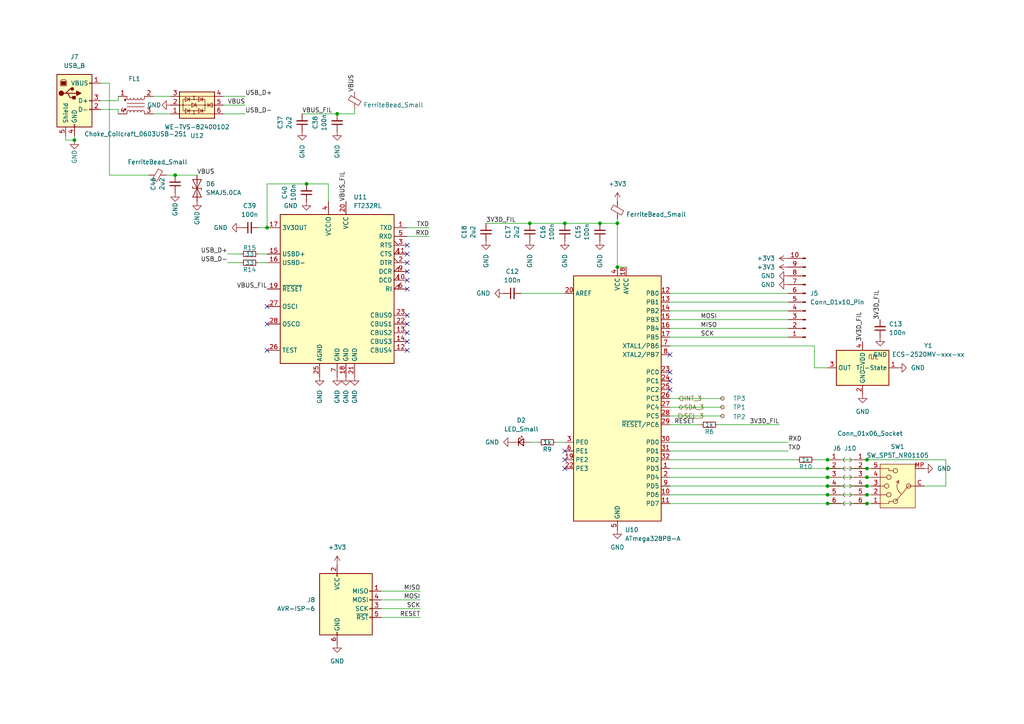
<source format=kicad_sch>
(kicad_sch (version 20250114) (generator "eeschema") (generator_version "9.0")
  (paper "A4")
  (lib_symbols
    (symbol "Connector:AVR-ISP-6" (pin_names (offset 1.016))
      (property "Reference" "J" (at -6.35 11.43 0))
      (property "Value" "AVR-ISP-6" (at 0 11.43 0))
      (symbol "AVR-ISP-6_0_1"
        (rectangle (start -2.667 10.16) (end -2.413 9.398))
        (rectangle (start -2.667 -6.858) (end -2.413 -7.62))
        (rectangle (start 7.62 10.16) (end -7.62 -7.62) (stroke (width 0.254)) (fill (type background)))
        (rectangle (start 7.62 5.207) (end 6.858 4.953))
        (rectangle (start 7.62 2.667) (end 6.858 2.413))
        (rectangle (start 7.62 0.127) (end 6.858 -0.127))
        (rectangle (start 7.62 -2.413) (end 6.858 -2.667))
      )
      (symbol "AVR-ISP-6_1_1"
        (pin passive line (at -2.54 12.7 270) (length 2.54) (name "VCC") (number "2"))
        (pin passive line (at -2.54 -10.16 90) (length 2.54) (name "GND") (number "6"))
        (pin passive line (at 10.16 5.08 180) (length 2.54) (name "MISO") (number "1"))
        (pin passive line (at 10.16 2.54 180) (length 2.54) (name "MOSI") (number "4"))
        (pin passive line (at 10.16 0 180) (length 2.54) (name "SCK") (number "3"))
        (pin passive line (at 10.16 -2.54 180) (length 2.54) (name "~{RST}") (number "5"))
      )
    )
    (symbol "Connector:Conn_01x06_Socket" (pin_names (offset 1.016) (hide yes))
      (property "Reference" "J" (at 0 7.62 0))
      (property "Value" "Conn_01x06_Socket" (at 0 -10.16 0))
      (symbol "Conn_01x06_Socket_1_1"
        (polyline (pts (xy -1.27 5.08) (xy -0.508 5.08)) (stroke (width 0.1524)))
        (polyline (pts (xy -1.27 2.54) (xy -0.508 2.54)) (stroke (width 0.1524)))
        (polyline (pts (xy -1.27 0) (xy -0.508 0)) (stroke (width 0.1524)))
        (polyline (pts (xy -1.27 -2.54) (xy -0.508 -2.54)) (stroke (width 0.1524)))
        (polyline (pts (xy -1.27 -5.08) (xy -0.508 -5.08)) (stroke (width 0.1524)))
        (polyline (pts (xy -1.27 -7.62) (xy -0.508 -7.62)) (stroke (width 0.1524)))
        (arc (start 0 4.572) (mid -0.5058 5.08) (end 0 5.588) (stroke (width 0.1524)))
        (arc (start 0 2.032) (mid -0.5058 2.54) (end 0 3.048) (stroke (width 0.1524)))
        (arc (start 0 -0.508) (mid -0.5058 0) (end 0 0.508) (stroke (width 0.1524)))
        (arc (start 0 -3.048) (mid -0.5058 -2.54) (end 0 -2.032) (stroke (width 0.1524)))
        (arc (start 0 -5.588) (mid -0.5058 -5.08) (end 0 -4.572) (stroke (width 0.1524)))
        (arc (start 0 -8.128) (mid -0.5058 -7.62) (end 0 -7.112) (stroke (width 0.1524)))
        (pin passive line (at -5.08 5.08 0) (length 3.81) (name "Pin_1") (number "1"))
        (pin passive line (at -5.08 2.54 0) (length 3.81) (name "Pin_2") (number "2"))
        (pin passive line (at -5.08 0 0) (length 3.81) (name "Pin_3") (number "3"))
        (pin passive line (at -5.08 -2.54 0) (length 3.81) (name "Pin_4") (number "4"))
        (pin passive line (at -5.08 -5.08 0) (length 3.81) (name "Pin_5") (number "5"))
        (pin passive line (at -5.08 -7.62 0) (length 3.81) (name "Pin_6") (number "6"))
      )
    )
    (symbol "Connector:Conn_01x10_Pin" (pin_names (offset 1.016) (hide yes))
      (property "Reference" "J" (at 0 12.7 0))
      (property "Value" "Conn_01x10_Pin" (at 0 -15.24 0))
      (symbol "Conn_01x10_Pin_1_1"
        (rectangle (start 0.8636 10.287) (end 0 10.033) (stroke (width 0.1524)) (fill (type outline)))
        (rectangle (start 0.8636 7.747) (end 0 7.493) (stroke (width 0.1524)) (fill (type outline)))
        (rectangle (start 0.8636 5.207) (end 0 4.953) (stroke (width 0.1524)) (fill (type outline)))
        (rectangle (start 0.8636 2.667) (end 0 2.413) (stroke (width 0.1524)) (fill (type outline)))
        (rectangle (start 0.8636 0.127) (end 0 -0.127) (stroke (width 0.1524)) (fill (type outline)))
        (rectangle (start 0.8636 -2.413) (end 0 -2.667) (stroke (width 0.1524)) (fill (type outline)))
        (rectangle (start 0.8636 -4.953) (end 0 -5.207) (stroke (width 0.1524)) (fill (type outline)))
        (rectangle (start 0.8636 -7.493) (end 0 -7.747) (stroke (width 0.1524)) (fill (type outline)))
        (rectangle (start 0.8636 -10.033) (end 0 -10.287) (stroke (width 0.1524)) (fill (type outline)))
        (rectangle (start 0.8636 -12.573) (end 0 -12.827) (stroke (width 0.1524)) (fill (type outline)))
        (polyline (pts (xy 1.27 10.16) (xy 0.8636 10.16)) (stroke (width 0.1524)))
        (polyline (pts (xy 1.27 7.62) (xy 0.8636 7.62)) (stroke (width 0.1524)))
        (polyline (pts (xy 1.27 5.08) (xy 0.8636 5.08)) (stroke (width 0.1524)))
        (polyline (pts (xy 1.27 2.54) (xy 0.8636 2.54)) (stroke (width 0.1524)))
        (polyline (pts (xy 1.27 0) (xy 0.8636 0)) (stroke (width 0.1524)))
        (polyline (pts (xy 1.27 -2.54) (xy 0.8636 -2.54)) (stroke (width 0.1524)))
        (polyline (pts (xy 1.27 -5.08) (xy 0.8636 -5.08)) (stroke (width 0.1524)))
        (polyline (pts (xy 1.27 -7.62) (xy 0.8636 -7.62)) (stroke (width 0.1524)))
        (polyline (pts (xy 1.27 -10.16) (xy 0.8636 -10.16)) (stroke (width 0.1524)))
        (polyline (pts (xy 1.27 -12.7) (xy 0.8636 -12.7)) (stroke (width 0.1524)))
        (pin passive line (at 5.08 10.16 180) (length 3.81) (name "Pin_1") (number "1"))
        (pin passive line (at 5.08 7.62 180) (length 3.81) (name "Pin_2") (number "2"))
        (pin passive line (at 5.08 5.08 180) (length 3.81) (name "Pin_3") (number "3"))
        (pin passive line (at 5.08 2.54 180) (length 3.81) (name "Pin_4") (number "4"))
        (pin passive line (at 5.08 0 180) (length 3.81) (name "Pin_5") (number "5"))
        (pin passive line (at 5.08 -2.54 180) (length 3.81) (name "Pin_6") (number "6"))
        (pin passive line (at 5.08 -5.08 180) (length 3.81) (name "Pin_7") (number "7"))
        (pin passive line (at 5.08 -7.62 180) (length 3.81) (name "Pin_8") (number "8"))
        (pin passive line (at 5.08 -10.16 180) (length 3.81) (name "Pin_9") (number "9"))
        (pin passive line (at 5.08 -12.7 180) (length 3.81) (name "Pin_10") (number "10"))
      )
    )
    (symbol "Connector:TestPoint_Small" (pin_numbers (hide yes)) (pin_names (offset 0.762) (hide yes))
      (property "Reference" "TP" (at 0 3.81 0))
      (property "Value" "TestPoint_Small" (at 0 2.032 0))
      (symbol "TestPoint_Small_0_1"
        (circle (center 0 0) (radius 0.508))
      )
      (symbol "TestPoint_Small_1_1"
        (pin passive line (at 0 0 90) (length 0) (name "1") (number "1"))
      )
    )
    (symbol "Connector:USB_B" (pin_names (offset 1.016))
      (property "Reference" "J" (at -5.08 11.43 0))
      (property "Value" "USB_B" (at -5.08 8.89 0))
      (symbol "USB_B_0_1"
        (rectangle (start -5.08 -7.62) (end 5.08 7.62) (stroke (width 0.254)) (fill (type background)))
        (polyline (pts (xy -4.064 4.318) (xy -2.286 4.318) (xy -2.286 5.715) (xy -2.667 6.096) (xy -3.683 6.096) (xy -4.064 5.715) (xy -4.064 4.318)))
        (rectangle (start -3.81 5.588) (end -2.54 4.572) (fill (type outline)))
        (circle (center -3.81 2.159) (radius 0.635) (stroke (width 0.254)) (fill (type outline)))
        (polyline (pts (xy -3.175 2.159) (xy -2.54 2.159) (xy -1.27 3.429) (xy -0.635 3.429)) (stroke (width 0.254)))
        (polyline (pts (xy -2.54 2.159) (xy -1.905 2.159) (xy -1.27 0.889) (xy 0 0.889)) (stroke (width 0.254)))
        (polyline (pts (xy -1.905 2.159) (xy 0.635 2.159)) (stroke (width 0.254)))
        (circle (center -0.635 3.429) (radius 0.381) (stroke (width 0.254)) (fill (type outline)))
        (rectangle (start -0.127 -7.62) (end 0.127 -6.858))
        (rectangle (start 0.254 1.27) (end -0.508 0.508) (stroke (width 0.254)) (fill (type outline)))
        (polyline (pts (xy 0.635 2.794) (xy 0.635 1.524) (xy 1.905 2.159) (xy 0.635 2.794)) (stroke (width 0.254)) (fill (type outline)))
        (rectangle (start 5.08 4.953) (end 4.318 5.207))
        (rectangle (start 5.08 -0.127) (end 4.318 0.127))
        (rectangle (start 5.08 -2.667) (end 4.318 -2.413))
      )
      (symbol "USB_B_1_1"
        (pin passive line (at -2.54 -10.16 90) (length 2.54) (name "Shield") (number "5"))
        (pin power_out line (at 0 -10.16 90) (length 2.54) (name "GND") (number "4"))
        (pin power_out line (at 7.62 5.08 180) (length 2.54) (name "VBUS") (number "1"))
        (pin bidirectional line (at 7.62 0 180) (length 2.54) (name "D+") (number "3"))
        (pin bidirectional line (at 7.62 -2.54 180) (length 2.54) (name "D-") (number "2"))
      )
    )
    (symbol "Device:C_Small" (pin_numbers (hide yes)) (pin_names (offset 0.254) (hide yes))
      (property "Reference" "C" (at 0.254 1.778 0))
      (property "Value" "C_Small" (at 0.254 -2.032 0))
      (symbol "C_Small_0_1"
        (polyline (pts (xy -1.524 0.508) (xy 1.524 0.508)) (stroke (width 0.3048)))
        (polyline (pts (xy -1.524 -0.508) (xy 1.524 -0.508)) (stroke (width 0.3302)))
      )
      (symbol "C_Small_1_1"
        (pin passive line (at 0 2.54 270) (length 2.032) (name "~") (number "1"))
        (pin passive line (at 0 -2.54 90) (length 2.032) (name "~") (number "2"))
      )
    )
    (symbol "Device:FerriteBead_Small" (pin_numbers (hide yes)) (pin_names (offset 0))
      (property "Reference" "FB" (at 1.905 1.27 0))
      (property "Value" "FerriteBead_Small" (at 1.905 -1.27 0))
      (symbol "FerriteBead_Small_0_1"
        (polyline (pts (xy -1.8288 0.2794) (xy -1.1176 1.4986) (xy 1.8288 -0.2032) (xy 1.1176 -1.4224) (xy -1.8288 0.2794)))
        (polyline (pts (xy 0 0.889) (xy 0 1.2954)))
        (polyline (pts (xy 0 -1.27) (xy 0 -0.7874)))
      )
      (symbol "FerriteBead_Small_1_1"
        (pin passive line (at 0 2.54 270) (length 1.27) (name "~") (number "1"))
        (pin passive line (at 0 -2.54 90) (length 1.27) (name "~") (number "2"))
      )
    )
    (symbol "Device:LED_Small" (pin_numbers (hide yes)) (pin_names (offset 0.254) (hide yes))
      (property "Reference" "D" (at -1.27 3.175 0))
      (property "Value" "LED_Small" (at -4.445 -2.54 0))
      (symbol "LED_Small_0_1"
        (polyline (pts (xy -0.762 -1.016) (xy -0.762 1.016)) (stroke (width 0.254)))
        (polyline (pts (xy 0 0.762) (xy -0.508 1.27) (xy -0.254 1.27) (xy -0.508 1.27) (xy -0.508 1.016)))
        (polyline (pts (xy 0.508 1.27) (xy 0 1.778) (xy 0.254 1.778) (xy 0 1.778) (xy 0 1.524)))
        (polyline (pts (xy 0.762 -1.016) (xy -0.762 0) (xy 0.762 1.016) (xy 0.762 -1.016)) (stroke (width 0.254)))
        (polyline (pts (xy 1.016 0) (xy -0.762 0)))
      )
      (symbol "LED_Small_1_1"
        (pin passive line (at -2.54 0 0) (length 1.778) (name "K") (number "1"))
        (pin passive line (at 2.54 0 180) (length 1.778) (name "A") (number "2"))
      )
    )
    (symbol "Device:R_Small" (pin_numbers (hide yes)) (pin_names (offset 0.254) (hide yes))
      (property "Reference" "R" (at 0.762 0.508 0))
      (property "Value" "R_Small" (at 0.762 -1.016 0))
      (symbol "R_Small_0_1"
        (rectangle (start -0.762 1.778) (end 0.762 -1.778) (stroke (width 0.2032)))
      )
      (symbol "R_Small_1_1"
        (pin passive line (at 0 2.54 270) (length 0.762) (name "~") (number "1"))
        (pin passive line (at 0 -2.54 90) (length 0.762) (name "~") (number "2"))
      )
    )
    (symbol "Diode:SMAJ5.0CA" (pin_numbers (hide yes)) (pin_names (offset 1.016) (hide yes))
      (property "Reference" "D" (at 0 2.54 0))
      (property "Value" "SMAJ5.0CA" (at 0 -2.54 0))
      (symbol "SMAJ5.0CA_0_1"
        (polyline (pts (xy -2.54 -1.27) (xy 0 0) (xy -2.54 1.27) (xy -2.54 -1.27)) (stroke (width 0.2032)))
        (polyline (pts (xy 0.508 1.27) (xy 0 1.27) (xy 0 -1.27) (xy -0.508 -1.27)) (stroke (width 0.2032)))
        (polyline (pts (xy 1.27 0) (xy -1.27 0)))
        (polyline (pts (xy 2.54 1.27) (xy 2.54 -1.27) (xy 0 0) (xy 2.54 1.27)) (stroke (width 0.2032)))
      )
      (symbol "SMAJ5.0CA_1_1"
        (pin passive line (at -3.81 0 0) (length 2.54) (name "A1") (number "1"))
        (pin passive line (at 3.81 0 180) (length 2.54) (name "A2") (number "2"))
      )
    )
    (symbol "Filter:Choke_Coilcraft_0603USB-251" (pin_names (offset 0.254) (hide yes))
      (property "Reference" "FL" (at 0 4.445 0))
      (property "Value" "Choke_Coilcraft_0603USB-251" (at 0 -4.445 0))
      (symbol "Choke_Coilcraft_0603USB-251_0_1"
        (circle (center -3.048 1.524) (radius 0.254) (fill (type outline)))
        (circle (center -3.048 -1.27) (radius 0.254) (fill (type outline)))
        (polyline (pts (xy -2.54 2.032) (xy -2.54 2.54)))
        (polyline (pts (xy -2.54 0.508) (xy 2.54 0.508)))
        (polyline (pts (xy -2.54 -2.032) (xy -2.54 -2.54)))
        (arc (start -1.524 2.032) (mid -2.032 1.5262) (end -2.54 2.032))
        (arc (start -2.54 -2.032) (mid -2.032 -1.5262) (end -1.524 -2.032))
        (arc (start -0.508 2.032) (mid -1.016 1.5262) (end -1.524 2.032))
        (arc (start -1.524 -2.032) (mid -1.016 -1.5262) (end -0.508 -2.032))
        (arc (start 0.508 2.032) (mid 0 1.5262) (end -0.508 2.032))
        (arc (start -0.508 -2.032) (mid 0 -1.5262) (end 0.508 -2.032))
        (arc (start 1.524 2.032) (mid 1.016 1.5262) (end 0.508 2.032))
        (arc (start 0.508 -2.032) (mid 1.016 -1.5262) (end 1.524 -2.032))
        (arc (start 2.54 2.032) (mid 2.032 1.5262) (end 1.524 2.032))
        (arc (start 1.524 -2.032) (mid 2.032 -1.5262) (end 2.54 -2.032))
        (polyline (pts (xy 2.54 2.54) (xy 2.54 2.032)))
        (polyline (pts (xy 2.54 -0.508) (xy -2.54 -0.508)))
        (polyline (pts (xy 2.54 -2.032) (xy 2.54 -2.54)))
      )
      (symbol "Choke_Coilcraft_0603USB-251_1_1"
        (pin passive line (at -5.08 2.54 0) (length 2.54) (name "1") (number "1"))
        (pin passive line (at -5.08 -2.54 0) (length 2.54) (name "4") (number "4"))
        (pin passive line (at 5.08 2.54 180) (length 2.54) (name "2") (number "2"))
        (pin passive line (at 5.08 -2.54 180) (length 2.54) (name "3") (number "3"))
      )
    )
    (symbol "Interface_USB:FT232RL"
      (property "Reference" "U" (at -16.51 22.86 0))
      (property "Value" "FT232RL" (at 10.16 22.86 0))
      (symbol "FT232RL_0_1"
        (rectangle (start -16.51 21.59) (end 16.51 -21.59) (stroke (width 0.254)) (fill (type background)))
      )
      (symbol "FT232RL_1_1"
        (pin power_out line (at -20.32 17.78 0) (length 3.81) (name "3V3OUT") (number "17"))
        (pin bidirectional line (at -20.32 10.16 0) (length 3.81) (name "USBD+") (number "15"))
        (pin bidirectional line (at -20.32 7.62 0) (length 3.81) (name "USBD-") (number "16"))
        (pin input line (at -20.32 0 0) (length 3.81) (name "~{RESET}") (number "19"))
        (pin input line (at -20.32 -5.08 0) (length 3.81) (name "OSCI") (number "27"))
        (pin output line (at -20.32 -10.16 0) (length 3.81) (name "OSCO") (number "28"))
        (pin input line (at -20.32 -17.78 0) (length 3.81) (name "TEST") (number "26"))
        (pin power_in line (at -5.08 -25.4 90) (length 3.81) (name "AGND") (number "25"))
        (pin power_in line (at -2.54 25.4 270) (length 3.81) (name "VCCIO") (number "4"))
        (pin power_in line (at 0 -25.4 90) (length 3.81) (name "GND") (number "7"))
        (pin power_in line (at 2.54 25.4 270) (length 3.81) (name "VCC") (number "20"))
        (pin power_in line (at 2.54 -25.4 90) (length 3.81) (name "GND") (number "18"))
        (pin power_in line (at 5.08 -25.4 90) (length 3.81) (name "GND") (number "21"))
        (pin output line (at 20.32 17.78 180) (length 3.81) (name "TXD") (number "1"))
        (pin input line (at 20.32 15.24 180) (length 3.81) (name "RXD") (number "5"))
        (pin output output_low (at 20.32 12.7 180) (length 3.81) (name "RTS") (number "3"))
        (pin input input_low (at 20.32 10.16 180) (length 3.81) (name "CTS") (number "11"))
        (pin output output_low (at 20.32 7.62 180) (length 3.81) (name "DTR") (number "2"))
        (pin input input_low (at 20.32 5.08 180) (length 3.81) (name "DCR") (number "9"))
        (pin input input_low (at 20.32 2.54 180) (length 3.81) (name "DCD") (number "10"))
        (pin input input_low (at 20.32 0 180) (length 3.81) (name "RI") (number "6"))
        (pin bidirectional line (at 20.32 -7.62 180) (length 3.81) (name "CBUS0") (number "23"))
        (pin bidirectional line (at 20.32 -10.16 180) (length 3.81) (name "CBUS1") (number "22"))
        (pin bidirectional line (at 20.32 -12.7 180) (length 3.81) (name "CBUS2") (number "13"))
        (pin bidirectional line (at 20.32 -15.24 180) (length 3.81) (name "CBUS3") (number "14"))
        (pin bidirectional line (at 20.32 -17.78 180) (length 3.81) (name "CBUS4") (number "12"))
      )
    )
    (symbol "MCU_Microchip_ATmega:ATmega328PB-A"
      (property "Reference" "U" (at -12.7 36.83 0))
      (property "Value" "ATmega328PB-A" (at 2.54 -36.83 0))
      (symbol "ATmega328PB-A_0_1"
        (rectangle (start -12.7 -35.56) (end 12.7 35.56) (stroke (width 0.254)) (fill (type background)))
      )
      (symbol "ATmega328PB-A_1_1"
        (pin passive line (at -15.24 30.48 0) (length 2.54) (name "AREF") (number "20"))
        (pin bidirectional line (at -15.24 -12.7 0) (length 2.54) (name "PE0") (number "3"))
        (pin bidirectional line (at -15.24 -15.24 0) (length 2.54) (name "PE1") (number "6"))
        (pin bidirectional line (at -15.24 -17.78 0) (length 2.54) (name "PE2") (number "19"))
        (pin bidirectional line (at -15.24 -20.32 0) (length 2.54) (name "PE3") (number "22"))
        (pin power_in line (at 0 38.1 270) (length 2.54) (name "VCC") (number "4"))
        (pin passive line (at 0 -38.1 90) (length 2.54) (hide yes) (name "GND") (number "21"))
        (pin power_in line (at 0 -38.1 90) (length 2.54) (name "GND") (number "5"))
        (pin power_in line (at 2.54 38.1 270) (length 2.54) (name "AVCC") (number "18"))
        (pin bidirectional line (at 15.24 30.48 180) (length 2.54) (name "PB0") (number "12"))
        (pin bidirectional line (at 15.24 27.94 180) (length 2.54) (name "PB1") (number "13"))
        (pin bidirectional line (at 15.24 25.4 180) (length 2.54) (name "PB2") (number "14"))
        (pin bidirectional line (at 15.24 22.86 180) (length 2.54) (name "PB3") (number "15"))
        (pin bidirectional line (at 15.24 20.32 180) (length 2.54) (name "PB4") (number "16"))
        (pin bidirectional line (at 15.24 17.78 180) (length 2.54) (name "PB5") (number "17"))
        (pin bidirectional line (at 15.24 15.24 180) (length 2.54) (name "XTAL1/PB6") (number "7"))
        (pin bidirectional line (at 15.24 12.7 180) (length 2.54) (name "XTAL2/PB7") (number "8"))
        (pin bidirectional line (at 15.24 7.62 180) (length 2.54) (name "PC0") (number "23"))
        (pin bidirectional line (at 15.24 5.08 180) (length 2.54) (name "PC1") (number "24"))
        (pin bidirectional line (at 15.24 2.54 180) (length 2.54) (name "PC2") (number "25"))
        (pin bidirectional line (at 15.24 0 180) (length 2.54) (name "PC3") (number "26"))
        (pin bidirectional line (at 15.24 -2.54 180) (length 2.54) (name "PC4") (number "27"))
        (pin bidirectional line (at 15.24 -5.08 180) (length 2.54) (name "PC5") (number "28"))
        (pin bidirectional line (at 15.24 -7.62 180) (length 2.54) (name "~{RESET}/PC6") (number "29"))
        (pin bidirectional line (at 15.24 -12.7 180) (length 2.54) (name "PD0") (number "30"))
        (pin bidirectional line (at 15.24 -15.24 180) (length 2.54) (name "PD1") (number "31"))
        (pin bidirectional line (at 15.24 -17.78 180) (length 2.54) (name "PD2") (number "32"))
        (pin bidirectional line (at 15.24 -20.32 180) (length 2.54) (name "PD3") (number "1"))
        (pin bidirectional line (at 15.24 -22.86 180) (length 2.54) (name "PD4") (number "2"))
        (pin bidirectional line (at 15.24 -25.4 180) (length 2.54) (name "PD5") (number "9"))
        (pin bidirectional line (at 15.24 -27.94 180) (length 2.54) (name "PD6") (number "10"))
        (pin bidirectional line (at 15.24 -30.48 180) (length 2.54) (name "PD7") (number "11"))
      )
    )
    (symbol "Oscillator:ECS-2520MV-xxx-xx"
      (property "Reference" "Y" (at -5.08 6.35 0))
      (property "Value" "ECS-2520MV-xxx-xx" (at 1.27 -6.35 0))
      (symbol "ECS-2520MV-xxx-xx_0_1"
        (rectangle (start -7.62 5.08) (end 7.62 -5.08) (stroke (width 0.254)) (fill (type background)))
        (polyline (pts (xy -4.445 2.54) (xy -3.81 2.54) (xy -3.81 3.81) (xy -3.175 3.81) (xy -3.175 2.54) (xy -2.54 2.54) (xy -2.54 3.81) (xy -1.905 3.81) (xy -1.905 2.54)))
      )
      (symbol "ECS-2520MV-xxx-xx_1_1"
        (pin input line (at -10.16 0 0) (length 2.54) (name "Tri-State") (number "1"))
        (pin power_in line (at 0 7.62 270) (length 2.54) (name "VDD") (number "4"))
        (pin power_in line (at 0 -7.62 90) (length 2.54) (name "GND") (number "2"))
        (pin output line (at 10.16 0 180) (length 2.54) (name "OUT") (number "3"))
      )
    )
    (symbol "Power_Protection:WE-TVS-82400102"
      (property "Reference" "U" (at 0 7.62 0))
      (property "Value" "WE-TVS-82400102" (at 0 5.08 0))
      (symbol "WE-TVS-82400102_0_1"
        (polyline (pts (xy -5.08 2.54) (xy 5.08 2.54)))
        (polyline (pts (xy -5.08 -2.54) (xy 5.08 -2.54)))
        (rectangle (start -4.064 1.651) (end 2.286 -1.651))
        (circle (center -4.064 0) (radius 0.127))
        (polyline (pts (xy -4.064 0) (xy -5.08 0)))
        (polyline (pts (xy -4.064 0) (xy 2.286 0)) (fill (type outline)))
        (polyline (pts (xy -3.429 1.016) (xy -3.429 2.286) (xy -2.159 1.651) (xy -3.429 1.016)))
        (polyline (pts (xy -3.429 -1.016) (xy -3.429 -2.286) (xy -2.159 -1.651) (xy -3.429 -1.016)))
        (polyline (pts (xy -2.159 2.286) (xy -2.159 1.016)))
        (polyline (pts (xy -2.159 -1.016) (xy -2.159 -2.286)))
        (circle (center -0.889 2.54) (radius 0.127))
        (circle (center -0.889 1.651) (radius 0.127))
        (polyline (pts (xy -0.889 1.651) (xy -0.889 2.54)))
        (circle (center -0.889 -1.651) (radius 0.127))
        (polyline (pts (xy -0.889 -1.651) (xy -0.889 -2.413)))
        (circle (center -0.889 -2.54) (radius 0.127))
        (polyline (pts (xy -0.508 -0.635) (xy -0.508 -0.635)))
        (polyline (pts (xy 0 0.635) (xy -0.254 0.381) (xy -0.254 -0.381) (xy -0.508 -0.635)))
        (polyline (pts (xy 0.381 1.016) (xy 0.381 2.286) (xy 1.651 1.651) (xy 0.381 1.016)))
        (polyline (pts (xy 0.381 -1.016) (xy 0.381 -2.286) (xy 1.651 -1.651) (xy 0.381 -1.016)))
        (polyline (pts (xy 1.651 2.286) (xy 1.651 1.016)))
        (polyline (pts (xy 1.651 -1.016) (xy 1.651 -2.286)))
        (polyline (pts (xy 2.286 0) (xy 5.08 0)))
        (circle (center 2.286 0) (radius 0.127))
      )
      (symbol "WE-TVS-82400102_1_1"
        (rectangle (start -5.08 3.81) (end 5.08 -3.81) (stroke (width 0.254)) (fill (type background)))
        (polyline (pts (xy -1.524 0.635) (xy -1.524 -0.635) (xy -0.254 0) (xy -1.524 0.635)))
        (polyline (pts (xy 3.175 0.635) (xy 3.175 -0.635)))
        (polyline (pts (xy 4.445 0.635) (xy 4.445 -0.635) (xy 3.175 0) (xy 4.445 0.635)))
        (pin passive line (at -7.62 2.54 0) (length 2.54) (name "~") (number "1"))
        (pin passive line (at -7.62 0 0) (length 2.54) (name "~") (number "2"))
        (pin passive line (at -7.62 -2.54 0) (length 2.54) (name "~") (number "3"))
        (pin passive line (at 7.62 2.54 180) (length 2.54) (name "~") (number "6"))
        (pin passive line (at 7.62 0 180) (length 2.54) (name "~") (number "5"))
        (pin passive line (at 7.62 -2.54 180) (length 2.54) (name "~") (number "4"))
      )
    )
    (symbol "Switch:SW_SP5T_NR01105" (pin_names (hide yes))
      (property "Reference" "SW" (at 0 7.62 0))
      (property "Value" "SW_SP5T_NR01105" (at 0 -7.62 0))
      (symbol "SW_SP5T_NR01105_0_1"
        (polyline (pts (xy -5.08 0) (xy -3.175 0)))
        (circle (center -3.175 0) (radius 0.635))
        (polyline (pts (xy -3.175 0) (xy 0.635 4.445)))
        (arc (start -0.9526 2.2225) (mid 0.154 0.449) (end -0.3176 -1.5875))
        (polyline (pts (xy -0.3176 -1.5875) (xy -0.3176 -0.6985)))
        (polyline (pts (xy -0.3176 -1.5875) (xy -0.3176 -1.5875)))
        (polyline (pts (xy -0.3176 -1.5875) (xy 0.4444 -1.0795)))
        (circle (center 0.635 4.445) (radius 0.635))
        (circle (center 0.635 -4.445) (radius 0.635))
        (circle (center 2.54 2.54) (radius 0.635))
        (circle (center 2.54 -2.54) (radius 0.635))
        (circle (center 3.175 0) (radius 0.635))
        (polyline (pts (xy 5.08 5.08) (xy 2.54 5.08) (xy 2.54 4.445) (xy 1.27 4.445)))
        (polyline (pts (xy 5.08 2.54) (xy 3.175 2.54)))
        (polyline (pts (xy 5.08 0) (xy 3.81 0)))
        (polyline (pts (xy 5.08 -2.54) (xy 3.175 -2.54)))
        (polyline (pts (xy 5.08 -5.08) (xy 2.54 -5.08) (xy 2.54 -4.445) (xy 1.27 -4.445)))
      )
      (symbol "SW_SP5T_NR01105_1_1"
        (polyline (pts (xy -5.08 6.35) (xy 5.08 6.35) (xy 5.08 -6.35) (xy -5.08 -6.35) (xy -5.08 6.35) (xy -5.08 6.35)) (fill (type background)))
        (pin passive line (at -7.62 0 0) (length 2.54) (name "Common") (number "C"))
        (pin passive line (at -7.62 -5.08 0) (length 2.54) (name "MP") (number "MP"))
        (pin passive line (at 7.62 5.08 180) (length 2.54) (name "1") (number "1"))
        (pin passive line (at 7.62 2.54 180) (length 2.54) (name "2") (number "2"))
        (pin passive line (at 7.62 0 180) (length 2.54) (name "3") (number "3"))
        (pin passive line (at 7.62 -2.54 180) (length 2.54) (name "4") (number "4"))
        (pin passive line (at 7.62 -5.08 180) (length 2.54) (name "5") (number "5"))
      )
    )
    (symbol "power:+3V3" (power) (pin_numbers (hide yes)) (pin_names (offset 0) (hide yes))
      (property "Value" "+3V3" (at 0 3.556 0))
      (symbol "+3V3_0_1"
        (polyline (pts (xy -0.762 1.27) (xy 0 2.54)))
        (polyline (pts (xy 0 2.54) (xy 0.762 1.27)))
        (polyline (pts (xy 0 0) (xy 0 2.54)))
      )
      (symbol "+3V3_1_1"
        (pin power_in line (at 0 0 90) (length 0) (name "~") (number "1"))
      )
    )
    (symbol "power:GND" (power) (pin_numbers (hide yes)) (pin_names (offset 0) (hide yes))
      (property "Value" "GND" (at 0 -3.81 0))
      (symbol "GND_0_1"
        (polyline (pts (xy 0 0) (xy 0 -1.27) (xy 1.27 -1.27) (xy 0 -2.54) (xy -1.27 -1.27) (xy 0 -1.27)))
      )
      (symbol "GND_1_1"
        (pin power_in line (at 0 0 270) (length 0) (name "~") (number "1"))
      )
    )
  )
  (junction (at 251.46 143.51))
  (junction (at 240.03 135.89))
  (junction (at 88.9 53.34))
  (junction (at 153.67 64.77))
  (junction (at 240.03 133.35))
  (junction (at 240.03 143.51))
  (junction (at 173.99 64.77))
  (junction (at 251.46 135.89))
  (junction (at 179.07 77.47))
  (junction (at 179.07 64.77))
  (junction (at 50.8 50.8))
  (junction (at 251.46 140.97))
  (junction (at 251.46 133.35))
  (junction (at 251.46 138.43))
  (junction (at 97.79 33.02))
  (junction (at 21.59 40.64))
  (junction (at 240.03 140.97))
  (junction (at 240.03 138.43))
  (junction (at 251.46 146.05))
  (junction (at 240.03 146.05))
  (junction (at 163.83 64.77))
  (junction (at 77.47 66.04))
  (no_connect (at 118.11 93.98))
  (no_connect (at 118.11 99.06))
  (no_connect (at 118.11 81.28))
  (no_connect (at 118.11 83.82))
  (no_connect (at 194.31 113.03))
  (no_connect (at 194.31 102.87))
  (no_connect (at 118.11 73.66))
  (no_connect (at 163.83 130.81))
  (no_connect (at 77.47 101.6))
  (no_connect (at 163.83 133.35))
  (no_connect (at 118.11 101.6))
  (no_connect (at 118.11 78.74))
  (no_connect (at 118.11 96.52))
  (no_connect (at 194.31 110.49))
  (no_connect (at 118.11 71.12))
  (no_connect (at 118.11 76.2))
  (no_connect (at 194.31 107.95))
  (no_connect (at 77.47 93.98))
  (no_connect (at 118.11 91.44))
  (no_connect (at 163.83 135.89))
  (no_connect (at 77.47 88.9))
  (wire (pts (xy 194.31 128.27) (xy 228.6 128.27)))
  (wire (pts (xy 194.31 87.63) (xy 228.6 87.63)))
  (wire (pts (xy 153.67 64.77) (xy 163.83 64.77)))
  (wire (pts (xy 194.31 95.25) (xy 228.6 95.25)))
  (wire (pts (xy 240.03 133.35) (xy 251.46 133.35)))
  (wire (pts (xy 29.21 24.13) (xy 31.75 24.13)))
  (wire (pts (xy 240.03 135.89) (xy 251.46 135.89)))
  (wire (pts (xy 194.31 140.97) (xy 240.03 140.97)))
  (wire (pts (xy 50.8 50.8) (xy 57.15 50.8)))
  (wire (pts (xy 194.31 97.79) (xy 228.6 97.79)))
  (wire (pts (xy 121.92 179.07) (xy 110.49 179.07)))
  (wire (pts (xy 194.31 100.33) (xy 236.22 100.33)))
  (wire (pts (xy 74.93 73.66) (xy 77.47 73.66)))
  (wire (pts (xy 31.75 50.8) (xy 43.18 50.8)))
  (wire (pts (xy 29.21 29.21) (xy 34.29 29.21)))
  (wire (pts (xy 194.31 135.89) (xy 240.03 135.89)))
  (wire (pts (xy 194.31 123.19) (xy 203.2 123.19)))
  (wire (pts (xy 194.31 85.09) (xy 228.6 85.09)))
  (wire (pts (xy 140.97 64.77) (xy 153.67 64.77)))
  (wire (pts (xy 19.05 40.64) (xy 21.59 40.64)))
  (wire (pts (xy 240.03 143.51) (xy 251.46 143.51)))
  (wire (pts (xy 274.32 140.97) (xy 267.97 140.97)))
  (wire (pts (xy 236.22 100.33) (xy 236.22 106.68)))
  (wire (pts (xy 102.87 31.75) (xy 102.87 33.02)))
  (wire (pts (xy 274.32 133.35) (xy 274.32 140.97)))
  (wire (pts (xy 121.92 171.45) (xy 110.49 171.45)))
  (wire (pts (xy 34.29 31.75) (xy 34.29 33.02)))
  (wire (pts (xy 194.31 92.71) (xy 228.6 92.71)))
  (wire (pts (xy 194.31 143.51) (xy 240.03 143.51)))
  (wire (pts (xy 251.46 135.89) (xy 252.73 135.89)))
  (wire (pts (xy 121.92 176.53) (xy 110.49 176.53)))
  (wire (pts (xy 124.46 66.04) (xy 118.11 66.04)))
  (wire (pts (xy 44.45 33.02) (xy 49.53 33.02)))
  (wire (pts (xy 209.55 118.11) (xy 194.31 118.11)))
  (wire (pts (xy 194.31 130.81) (xy 228.6 130.81)))
  (wire (pts (xy 194.31 133.35) (xy 231.14 133.35)))
  (wire (pts (xy 74.93 66.04) (xy 77.47 66.04)))
  (wire (pts (xy 88.9 53.34) (xy 95.25 53.34)))
  (wire (pts (xy 34.29 29.21) (xy 34.29 27.94)))
  (wire (pts (xy 44.45 27.94) (xy 49.53 27.94)))
  (wire (pts (xy 209.55 115.57) (xy 194.31 115.57)))
  (wire (pts (xy 66.04 73.66) (xy 69.85 73.66)))
  (wire (pts (xy 95.25 53.34) (xy 95.25 58.42)))
  (wire (pts (xy 194.31 146.05) (xy 240.03 146.05)))
  (wire (pts (xy 124.46 68.58) (xy 118.11 68.58)))
  (wire (pts (xy 77.47 66.04) (xy 77.47 53.34)))
  (wire (pts (xy 21.59 39.37) (xy 21.59 40.64)))
  (wire (pts (xy 71.12 30.48) (xy 64.77 30.48)))
  (wire (pts (xy 194.31 138.43) (xy 240.03 138.43)))
  (wire (pts (xy 29.21 31.75) (xy 34.29 31.75)))
  (wire (pts (xy 64.77 33.02) (xy 71.12 33.02)))
  (wire (pts (xy 153.67 128.27) (xy 156.21 128.27)))
  (wire (pts (xy 236.22 133.35) (xy 240.03 133.35)))
  (wire (pts (xy 121.92 173.99) (xy 110.49 173.99)))
  (wire (pts (xy 179.07 64.77) (xy 179.07 77.47)))
  (wire (pts (xy 64.77 27.94) (xy 71.12 27.94)))
  (wire (pts (xy 74.93 76.2) (xy 77.47 76.2)))
  (wire (pts (xy 194.31 120.65) (xy 209.55 120.65)))
  (wire (pts (xy 163.83 64.77) (xy 173.99 64.77)))
  (wire (pts (xy 102.87 33.02) (xy 97.79 33.02)))
  (wire (pts (xy 240.03 140.97) (xy 251.46 140.97)))
  (wire (pts (xy 48.26 50.8) (xy 50.8 50.8)))
  (wire (pts (xy 251.46 138.43) (xy 252.73 138.43)))
  (wire (pts (xy 251.46 146.05) (xy 252.73 146.05)))
  (wire (pts (xy 251.46 143.51) (xy 252.73 143.51)))
  (wire (pts (xy 87.63 33.02) (xy 97.79 33.02)))
  (wire (pts (xy 226.06 123.19) (xy 208.28 123.19)))
  (wire (pts (xy 179.07 63.5) (xy 179.07 64.77)))
  (wire (pts (xy 179.07 77.47) (xy 181.61 77.47)))
  (wire (pts (xy 19.05 39.37) (xy 19.05 40.64)))
  (wire (pts (xy 151.13 85.09) (xy 163.83 85.09)))
  (wire (pts (xy 240.03 146.05) (xy 251.46 146.05)))
  (wire (pts (xy 31.75 24.13) (xy 31.75 50.8)))
  (wire (pts (xy 66.04 76.2) (xy 69.85 76.2)))
  (wire (pts (xy 240.03 138.43) (xy 251.46 138.43)))
  (wire (pts (xy 161.29 128.27) (xy 163.83 128.27)))
  (wire (pts (xy 236.22 106.68) (xy 240.03 106.68)))
  (wire (pts (xy 194.31 90.17) (xy 228.6 90.17)))
  (wire (pts (xy 251.46 140.97) (xy 252.73 140.97)))
  (wire (pts (xy 251.46 133.35) (xy 274.32 133.35)))
  (wire (pts (xy 179.07 64.77) (xy 173.99 64.77)))
  (wire (pts (xy 77.47 53.34) (xy 88.9 53.34)))
  (label "VBUS" (at 71.12 30.48 180))
  (label "3V3D_FIL" (at 250.19 99.06 90))
  (label "MOSI" (at 121.92 173.99 180))
  (label "MISO" (at 203.2 95.25 0))
  (label "USB_D+" (at 71.12 27.94 0))
  (label "VBUS" (at 102.87 26.67 90))
  (label "USB_D-" (at 71.12 33.02 0))
  (label "VBUS_FIL" (at 100.33 58.42 90))
  (label "RXD" (at 124.46 68.58 180))
  (label "TXD" (at 124.46 66.04 180))
  (label "MISO" (at 121.92 171.45 180))
  (label "3V3D_FIL" (at 226.06 123.19 180))
  (label "TXD" (at 228.6 130.81 0))
  (label "3V3D_FIL" (at 255.27 92.71 90))
  (label "RXD" (at 228.6 128.27 0))
  (label "SCK" (at 121.92 176.53 180))
  (label "3V3D_FIL" (at 140.97 64.77 0))
  (label "SCK" (at 203.2 97.79 0))
  (label "VBUS" (at 57.15 50.8 0))
  (label "VBUS_FIL" (at 87.63 33.02 0))
  (label "USB_D+" (at 66.04 73.66 180))
  (label "USB_D-" (at 66.04 76.2 180))
  (label "VBUS_FIL" (at 77.47 83.82 180))
  (label "MOSI" (at 203.2 92.71 0))
  (label "RESET" (at 195.58 123.19 0))
  (label "RESET" (at 121.92 179.07 180))
  (hierarchical_label "SDA_3" (shape bidirectional) (at 196.85 118.11 0))
  (hierarchical_label "INT_3" (shape input) (at 196.85 115.57 0))
  (hierarchical_label "SCL_3" (shape output) (at 196.85 120.65 0))
  (symbol (lib_id "Device:C_Small") (at 163.83 67.31 180) (unit 1)
    (property "Reference" "C16" (at 157.48 67.3037 90))
    (property "Value" "100n" (at 160.02 67.3037 90))
    (property "Footprint" "Capacitor_SMD:C_0805_2012Metric_Pad1.18x1.45mm_HandSolder" (effects (hide yes)))
    (property "Description" "Unpolarized capacitor, small symbol" (effects (hide yes)))
  )
  (symbol (lib_id "Device:C_Small") (at 140.97 67.31 180) (unit 1)
    (property "Reference" "C18" (at 134.62 67.3037 90))
    (property "Value" "2u2" (at 137.16 67.3037 90))
    (property "Footprint" "Capacitor_SMD:C_0805_2012Metric_Pad1.18x1.45mm_HandSolder" (effects (hide yes)))
    (property "Description" "Unpolarized capacitor, small symbol" (effects (hide yes)))
  )
  (symbol (lib_id "power:+3V3") (at 179.07 58.42 0) (unit 1)
    (property "Reference" "#PWR085" (effects (hide yes)))
    (property "Value" "+3V3" (at 179.07 53.34 0))
    (property "Description" "Power symbol creates a global label with name \"+3V3\"" (effects (hide yes)))
  )
  (symbol (lib_id "power:GND") (at 97.79 186.69 0) (unit 1)
    (property "Reference" "#PWR045" (effects (hide yes)))
    (property "Value" "GND" (at 97.79 191.77 0))
    (property "Description" "Power symbol creates a global label with name \"GND\" , ground" (effects (hide yes)))
  )
  (symbol (lib_id "Connector:AVR-ISP-6") (at 100.33 176.53 0) (unit 1)
    (property "Reference" "J8" (at 91.44 173.9899 0) (effects (justify right)))
    (property "Value" "AVR-ISP-6" (at 91.44 176.5299 0) (effects (justify right)))
    (property "Footprint" "Connector_IDC:IDC-Header_2x03_P2.54mm_Vertical" (effects (hide yes)))
    (property "Description" "Atmel 6-pin ISP connector" (effects (hide yes)))
  )
  (symbol (lib_id "Connector:USB_B") (at 21.59 29.21 0) (unit 1)
    (property "Reference" "J7" (at 21.59 16.51 0))
    (property "Value" "USB_B" (at 21.59 19.05 0))
    (property "Footprint" "Connector_USB:USB_B_Lumberg_2411_02_Horizontal" (effects (hide yes)))
    (property "Description" "USB Type B connector" (effects (hide yes)))
  )
  (symbol (lib_id "power:+3V3") (at 228.6 74.93 90) (unit 1)
    (property "Reference" "#PWR03" (effects (hide yes)))
    (property "Value" "+3V3" (at 224.79 74.9299 90) (effects (justify left)))
    (property "Description" "Power symbol creates a global label with name \"+3V3\"" (effects (hide yes)))
  )
  (symbol (lib_id "power:GND") (at 228.6 80.01 270) (unit 1)
    (property "Reference" "#PWR034" (effects (hide yes)))
    (property "Value" "GND" (at 224.79 80.0099 90) (effects (justify right)))
    (property "Description" "Power symbol creates a global label with name \"GND\" , ground" (effects (hide yes)))
  )
  (symbol (lib_id "power:GND") (at 173.99 69.85 0) (unit 1)
    (property "Reference" "#PWR036" (effects (hide yes)))
    (property "Value" "GND" (at 173.9899 73.66 90) (effects (justify right)))
    (property "Description" "Power symbol creates a global label with name \"GND\" , ground" (effects (hide yes)))
  )
  (symbol (lib_id "power:GND") (at 97.79 38.1 0) (unit 1)
    (property "Reference" "#PWR082" (effects (hide yes)))
    (property "Value" "GND" (at 97.7899 41.91 90) (effects (justify right)))
    (property "Description" "Power symbol creates a global label with name \"GND\" , ground" (effects (hide yes)))
  )
  (symbol (lib_id "power:GND") (at 50.8 55.88 0) (unit 1)
    (property "Reference" "#PWR088" (effects (hide yes)))
    (property "Value" "GND" (at 50.8 58.674 90) (effects (justify right)))
    (property "Description" "Power symbol creates a global label with name \"GND\" , ground" (effects (hide yes)))
  )
  (symbol (lib_id "Power_Protection:WE-TVS-82400102") (at 57.15 30.48 0) (mirror x) (unit 1)
    (property "Reference" "U12" (at 57.15 39.37 0))
    (property "Value" "WE-TVS-82400102" (at 57.15 36.83 0))
    (property "Footprint" "Package_TO_SOT_SMD:SOT-23-6" (effects (hide yes)))
    (property "Datasheet" "https://www.we-online.com/components/products/datasheet/82400102.pdf" (effects (hide yes)))
    (property "Description" "Low Capacitance TVS Diode Array, 2 Channels, SOT-23-6" (effects (hide yes)))
  )
  (symbol (lib_id "Connector:TestPoint_Small") (at 209.55 118.11 0) (unit 1)
    (property "Reference" "TP1" (at 212.598 118.11 0) (effects (justify left)))
    (property "Value" "TestPoint_Small" (effects (hide yes)))
    (property "Footprint" "TestPoint:TestPoint_Pad_D1.0mm" (effects (hide yes)))
    (property "Description" "test point" (effects (hide yes)))
  )
  (symbol (lib_id "Device:C_Small") (at 87.63 35.56 180) (unit 1)
    (property "Reference" "C37" (at 81.28 35.5537 90))
    (property "Value" "2u2" (at 83.82 35.5537 90))
    (property "Footprint" "Capacitor_SMD:C_0805_2012Metric_Pad1.18x1.45mm_HandSolder" (effects (hide yes)))
    (property "Description" "Unpolarized capacitor, small symbol" (effects (hide yes)))
  )
  (symbol (lib_id "Filter:Choke_Coilcraft_0603USB-251") (at 39.37 30.48 0) (unit 1)
    (property "Reference" "FL1" (at 38.989 22.86 0))
    (property "Value" "Choke_Coilcraft_0603USB-251" (at 39.37 38.862 0))
    (property "Footprint" "Inductor_SMD:L_CommonModeChoke_Coilcraft_0603USB" (effects (hide yes)))
    (property "Datasheet" "https://www.coilcraft.com/pdfs/0603usb.pdf" (effects (hide yes)))
    (property "Description" "Common mode choke, 500mA, 250VAC, 18nH, 77 mohm, 3.8Ghz," (effects (hide yes)))
  )
  (symbol (lib_id "Oscillator:ECS-2520MV-xxx-xx") (at 250.19 106.68 0) (mirror y) (unit 1)
    (property "Reference" "Y1" (at 269.24 100.2598 0))
    (property "Value" "ECS-2520MV-xxx-xx" (at 269.24 102.7998 0))
    (property "Footprint" "Oscillator:Oscillator_SMD_ECS_2520MV-xxx-xx-4Pin_2.5x2.0mm" (effects (hide yes)))
    (property "Datasheet" "https://www.ecsxtal.com/store/pdf/ECS-2520MV.pdf" (effects (hide yes)))
    (property "Description" "HCMOS Crystal Clock Oscillator, 2.5x2.0 mm SMD" (effects (hide yes)))
  )
  (symbol (lib_id "Device:C_Small") (at 173.99 67.31 180) (unit 1)
    (property "Reference" "C15" (at 167.64 67.3037 90))
    (property "Value" "100n" (at 170.18 67.3037 90))
    (property "Footprint" "Capacitor_SMD:C_0805_2012Metric_Pad1.18x1.45mm_HandSolder" (effects (hide yes)))
    (property "Description" "Unpolarized capacitor, small symbol" (effects (hide yes)))
  )
  (symbol (lib_id "power:GND") (at 87.63 38.1 0) (unit 1)
    (property "Reference" "#PWR081" (effects (hide yes)))
    (property "Value" "GND" (at 87.6299 41.91 90) (effects (justify right)))
    (property "Description" "Power symbol creates a global label with name \"GND\" , ground" (effects (hide yes)))
  )
  (symbol (lib_id "power:GND") (at 267.97 135.89 90) (unit 1)
    (property "Reference" "#PWR031" (effects (hide yes)))
    (property "Value" "GND" (at 271.78 135.8899 90) (effects (justify right)))
    (property "Description" "Power symbol creates a global label with name \"GND\" , ground" (effects (hide yes)))
  )
  (symbol (lib_id "Device:R_Small") (at 233.68 133.35 90) (unit 1)
    (property "Reference" "R10" (at 233.68 135.382 90))
    (property "Value" "1k" (at 233.68 133.35 90))
    (property "Footprint" "Resistor_SMD:R_0805_2012Metric_Pad1.20x1.40mm_HandSolder" (effects (hide yes)))
    (property "Description" "Resistor, small symbol" (effects (hide yes)))
  )
  (symbol (lib_id "Device:C_Small") (at 255.27 95.25 180) (unit 1)
    (property "Reference" "C13" (at 257.81 93.9735 0) (effects (justify right)))
    (property "Value" "100n" (at 257.81 96.5135 0) (effects (justify right)))
    (property "Footprint" "Capacitor_SMD:C_0805_2012Metric_Pad1.18x1.45mm_HandSolder" (effects (hide yes)))
    (property "Description" "Unpolarized capacitor, small symbol" (effects (hide yes)))
  )
  (symbol (lib_id "Device:R_Small") (at 72.39 73.66 90) (unit 1)
    (property "Reference" "R15" (at 72.39 71.882 90))
    (property "Value" "33" (at 72.39 73.66 90))
    (property "Footprint" "Resistor_SMD:R_0805_2012Metric_Pad1.20x1.40mm_HandSolder" (effects (hide yes)))
    (property "Description" "Resistor, small symbol" (effects (hide yes)))
  )
  (symbol (lib_id "power:GND") (at 88.9 58.42 0) (unit 1)
    (property "Reference" "#PWR084" (effects (hide yes)))
    (property "Value" "GND" (at 86.36 59.69 0) (effects (justify right)))
    (property "Description" "Power symbol creates a global label with name \"GND\" , ground" (effects (hide yes)))
  )
  (symbol (lib_id "power:GND") (at 163.83 69.85 0) (unit 1)
    (property "Reference" "#PWR039" (effects (hide yes)))
    (property "Value" "GND" (at 163.8299 73.66 90) (effects (justify right)))
    (property "Description" "Power symbol creates a global label with name \"GND\" , ground" (effects (hide yes)))
  )
  (symbol (lib_id "Device:C_Small") (at 97.79 35.56 180) (unit 1)
    (property "Reference" "C38" (at 91.44 35.5537 90))
    (property "Value" "100n" (at 93.98 35.5537 90))
    (property "Footprint" "Capacitor_SMD:C_0805_2012Metric_Pad1.18x1.45mm_HandSolder" (effects (hide yes)))
    (property "Description" "Unpolarized capacitor, small symbol" (effects (hide yes)))
  )
  (symbol (lib_id "power:GND") (at 179.07 153.67 0) (unit 1)
    (property "Reference" "#PWR027" (effects (hide yes)))
    (property "Value" "GND" (at 179.07 158.75 0))
    (property "Description" "Power symbol creates a global label with name \"GND\" , ground" (effects (hide yes)))
  )
  (symbol (lib_id "Interface_USB:FT232RL") (at 97.79 83.82 0) (unit 1)
    (property "Reference" "U11" (at 102.5241 57.15 0) (effects (justify left)))
    (property "Value" "FT232RL" (at 102.5241 59.69 0) (effects (justify left)))
    (property "Footprint" "Package_SO:SSOP-28_5.3x10.2mm_P0.65mm" (effects (hide yes)))
    (property "Datasheet" "https://www.ftdichip.com/Support/Documents/DataSheets/ICs/DS_FT232R.pdf" (effects (hide yes)))
    (property "Description" "USB to Serial Interface, SSOP-28" (effects (hide yes)))
  )
  (symbol (lib_id "Device:C_Small") (at 88.9 55.88 180) (unit 1)
    (property "Reference" "C40" (at 82.55 55.8737 90))
    (property "Value" "100n" (at 85.09 55.8737 90))
    (property "Footprint" "Capacitor_SMD:C_0805_2012Metric_Pad1.18x1.45mm_HandSolder" (effects (hide yes)))
    (property "Description" "Unpolarized capacitor, small symbol" (effects (hide yes)))
  )
  (symbol (lib_id "power:GND") (at 148.59 128.27 270) (unit 1)
    (property "Reference" "#PWR069" (effects (hide yes)))
    (property "Value" "GND" (at 144.78 128.2699 90) (effects (justify right)))
    (property "Description" "Power symbol creates a global label with name \"GND\" , ground" (effects (hide yes)))
  )
  (symbol (lib_id "power:GND") (at 69.85 66.04 270) (unit 1)
    (property "Reference" "#PWR083" (effects (hide yes)))
    (property "Value" "GND" (at 66.04 66.0399 90) (effects (justify right)))
    (property "Description" "Power symbol creates a global label with name \"GND\" , ground" (effects (hide yes)))
  )
  (symbol (lib_id "Connector:TestPoint_Small") (at 209.55 115.57 0) (unit 1)
    (property "Reference" "TP3" (at 212.598 115.57 0) (effects (justify left)))
    (property "Value" "TestPoint_Small" (effects (hide yes)))
    (property "Footprint" "TestPoint:TestPoint_Pad_D1.0mm" (effects (hide yes)))
    (property "Description" "test point" (effects (hide yes)))
  )
  (symbol (lib_id "MCU_Microchip_ATmega:ATmega328PB-A") (at 179.07 115.57 0) (unit 1)
    (property "Reference" "U10" (at 181.2641 153.67 0) (effects (justify left)))
    (property "Value" "ATmega328PB-A" (at 181.2641 156.21 0) (effects (justify left)))
    (property "Footprint" "Package_QFP:TQFP-32_7x7mm_P0.8mm" (effects (hide yes)))
    (property "Datasheet" "http://ww1.microchip.com/downloads/en/DeviceDoc/40001906C.pdf" (effects (hide yes)))
    (property "Description" "20MHz, 32kB Flash, 2kB SRAM, 1kB EEPROM, TQFP-32" (effects (hide yes)))
  )
  (symbol (lib_id "power:GND") (at 146.05 85.09 270) (unit 1)
    (property "Reference" "#PWR030" (effects (hide yes)))
    (property "Value" "GND" (at 142.24 85.0899 90) (effects (justify right)))
    (property "Description" "Power symbol creates a global label with name \"GND\" , ground" (effects (hide yes)))
  )
  (symbol (lib_id "Connector:Conn_01x06_Socket") (at 245.11 138.43 0) (unit 1)
    (property "Reference" "J6" (at 241.554 130.048 0) (effects (justify left)))
    (property "Value" "Conn_01x06_Socket" (at 242.824 125.73 0) (effects (justify left)))
    (property "Footprint" "Connector_PinHeader_2.54mm:PinHeader_1x06_P2.54mm_Horizontal" (effects (hide yes)))
    (property "Description" "Generic connector, single row, 01x06, script generated" (effects (hide yes)))
  )
  (symbol (lib_id "Device:C_Small") (at 148.59 85.09 90) (unit 1)
    (property "Reference" "C12" (at 148.5963 78.74 90))
    (property "Value" "100n" (at 148.5963 81.28 90))
    (property "Footprint" "Capacitor_SMD:C_0805_2012Metric_Pad1.18x1.45mm_HandSolder" (effects (hide yes)))
    (property "Description" "Unpolarized capacitor, small symbol" (effects (hide yes)))
  )
  (symbol (lib_id "power:GND") (at 250.19 114.3 0) (unit 1)
    (property "Reference" "#PWR037" (effects (hide yes)))
    (property "Value" "GND" (at 250.19 119.38 0))
    (property "Description" "Power symbol creates a global label with name \"GND\" , ground" (effects (hide yes)))
  )
  (symbol (lib_id "power:GND") (at 97.79 109.22 0) (unit 1)
    (property "Reference" "#PWR075" (effects (hide yes)))
    (property "Value" "GND" (at 97.7899 113.03 90) (effects (justify right)))
    (property "Description" "Power symbol creates a global label with name \"GND\" , ground" (effects (hide yes)))
  )
  (symbol (lib_id "Device:FerriteBead_Small") (at 102.87 29.21 0) (unit 1)
    (property "Reference" "FB5" (effects (hide yes)))
    (property "Value" "FerriteBead_Small" (at 105.41 30.4418 0) (effects (justify left)))
    (property "Footprint" "Inductor_SMD:L_0805_2012Metric_Pad1.15x1.40mm_HandSolder" (effects (hide yes)))
    (property "Description" "Ferrite bead, small symbol" (effects (hide yes)))
  )
  (symbol (lib_id "Connector:TestPoint_Small") (at 209.55 120.65 0) (unit 1)
    (property "Reference" "TP2" (at 212.598 120.904 0) (effects (justify left)))
    (property "Value" "TestPoint_Small" (effects (hide yes)))
    (property "Footprint" "TestPoint:TestPoint_Pad_D1.0mm" (effects (hide yes)))
    (property "Description" "test point" (effects (hide yes)))
  )
  (symbol (lib_id "Device:R_Small") (at 158.75 128.27 90) (unit 1)
    (property "Reference" "R9" (at 158.75 130.302 90))
    (property "Value" "1k" (at 158.75 128.27 90))
    (property "Footprint" "Resistor_SMD:R_0805_2012Metric_Pad1.20x1.40mm_HandSolder" (effects (hide yes)))
    (property "Description" "Resistor, small symbol" (effects (hide yes)))
  )
  (symbol (lib_id "power:GND") (at 140.97 69.85 0) (unit 1)
    (property "Reference" "#PWR041" (effects (hide yes)))
    (property "Value" "GND" (at 140.9699 73.66 90) (effects (justify right)))
    (property "Description" "Power symbol creates a global label with name \"GND\" , ground" (effects (hide yes)))
  )
  (symbol (lib_id "Device:C_Small") (at 153.67 67.31 180) (unit 1)
    (property "Reference" "C17" (at 147.32 67.3037 90))
    (property "Value" "2u2" (at 149.86 67.3037 90))
    (property "Footprint" "Capacitor_SMD:C_0805_2012Metric_Pad1.18x1.45mm_HandSolder" (effects (hide yes)))
    (property "Description" "Unpolarized capacitor, small symbol" (effects (hide yes)))
  )
  (symbol (lib_id "power:GND") (at 49.53 30.48 270) (unit 1)
    (property "Reference" "#PWR080" (effects (hide yes)))
    (property "Value" "GND" (at 46.736 30.48 90) (effects (justify right)))
    (property "Description" "Power symbol creates a global label with name \"GND\" , ground" (effects (hide yes)))
  )
  (symbol (lib_id "power:GND") (at 92.71 109.22 0) (unit 1)
    (property "Reference" "#PWR074" (effects (hide yes)))
    (property "Value" "GND" (at 92.7099 113.03 90) (effects (justify right)))
    (property "Description" "Power symbol creates a global label with name \"GND\" , ground" (effects (hide yes)))
  )
  (symbol (lib_id "power:GND") (at 255.27 97.79 0) (unit 1)
    (property "Reference" "#PWR070" (effects (hide yes)))
    (property "Value" "GND" (at 255.27 102.87 0))
    (property "Description" "Power symbol creates a global label with name \"GND\" , ground" (effects (hide yes)))
  )
  (symbol (lib_id "power:GND") (at 260.35 106.68 90) (unit 1)
    (property "Reference" "#PWR038" (effects (hide yes)))
    (property "Value" "GND" (at 264.16 106.6799 90) (effects (justify right)))
    (property "Description" "Power symbol creates a global label with name \"GND\" , ground" (effects (hide yes)))
  )
  (symbol (lib_id "Device:FerriteBead_Small") (at 179.07 60.96 0) (unit 1)
    (property "Reference" "FB3" (effects (hide yes)))
    (property "Value" "FerriteBead_Small" (at 181.61 62.1918 0) (effects (justify left)))
    (property "Footprint" "Inductor_SMD:L_0805_2012Metric_Pad1.15x1.40mm_HandSolder" (effects (hide yes)))
    (property "Description" "Ferrite bead, small symbol" (effects (hide yes)))
  )
  (symbol (lib_id "power:GND") (at 102.87 109.22 0) (unit 1)
    (property "Reference" "#PWR077" (effects (hide yes)))
    (property "Value" "GND" (at 102.8699 113.03 90) (effects (justify right)))
    (property "Description" "Power symbol creates a global label with name \"GND\" , ground" (effects (hide yes)))
  )
  (symbol (lib_id "Device:C_Small") (at 72.39 66.04 90) (unit 1)
    (property "Reference" "C39" (at 72.3963 59.69 90))
    (property "Value" "100n" (at 72.3963 62.23 90))
    (property "Footprint" "Capacitor_SMD:C_0805_2012Metric_Pad1.18x1.45mm_HandSolder" (effects (hide yes)))
    (property "Description" "Unpolarized capacitor, small symbol" (effects (hide yes)))
  )
  (symbol (lib_id "power:+3V3") (at 97.79 163.83 0) (unit 1)
    (property "Reference" "#PWR032" (effects (hide yes)))
    (property "Value" "+3V3" (at 97.79 158.75 0))
    (property "Description" "Power symbol creates a global label with name \"+3V3\"" (effects (hide yes)))
  )
  (symbol (lib_id "Device:R_Small") (at 72.39 76.2 90) (unit 1)
    (property "Reference" "R14" (at 72.39 78.232 90))
    (property "Value" "33" (at 72.39 76.2 90))
    (property "Footprint" "Resistor_SMD:R_0805_2012Metric_Pad1.20x1.40mm_HandSolder" (effects (hide yes)))
    (property "Description" "Resistor, small symbol" (effects (hide yes)))
  )
  (symbol (lib_id "power:GND") (at 57.15 58.42 0) (unit 1)
    (property "Reference" "#PWR086" (effects (hide yes)))
    (property "Value" "GND" (at 57.15 61.214 90) (effects (justify right)))
    (property "Description" "Power symbol creates a global label with name \"GND\" , ground" (effects (hide yes)))
  )
  (symbol (lib_id "Connector:Conn_01x06_Socket") (at 246.38 138.43 0) (mirror y) (unit 1)
    (property "Reference" "J10" (at 248.412 130.048 0) (effects (justify left)))
    (property "Value" "Conn_01x06_Socket" (effects (hide yes)))
    (property "Footprint" "Connector_PinHeader_2.54mm:PinHeader_1x06_P2.54mm_Vertical" (effects (hide yes)))
    (property "Description" "Generic connector, single row, 01x06, script generated" (effects (hide yes)))
  )
  (symbol (lib_id "Diode:SMAJ5.0CA") (at 57.15 54.61 90) (unit 1)
    (property "Reference" "D6" (at 59.69 53.3399 90) (effects (justify right)))
    (property "Value" "SMAJ5.0CA" (at 59.69 55.8799 90) (effects (justify right)))
    (property "Footprint" "Diode_SMD:D_SMA" (effects (hide yes)))
    (property "Datasheet" "https://www.littelfuse.com/media?resourcetype=datasheets&itemid=75e32973-b177-4ee3-a0ff-cedaf1abdb93&filename=smaj-datasheet" (effects (hide yes)))
    (property "Description" "400W bidirectional Transient Voltage Suppressor, 5.0Vr, SMA(DO-214AC)" (effects (hide yes)))
  )
  (symbol (lib_id "Switch:SW_SP5T_NR01105") (at 260.35 140.97 180) (unit 1)
    (property "Reference" "SW1" (at 260.35 129.54 0))
    (property "Value" "SW_SP5T_NR01105" (at 260.35 132.08 0))
    (property "Footprint" "Button_Switch_THT:SW_NKK_NR01" (effects (hide yes)))
    (property "Datasheet" "https://www.nkkswitches.com/pdf/NR01%20Rotaries.pdf" (effects (hide yes)))
    (property "Description" "NKK Switches NR01 Series rotary SP5T switch" (effects (hide yes)))
  )
  (symbol (lib_id "Connector:Conn_01x10_Pin") (at 233.68 87.63 180) (unit 1)
    (property "Reference" "J5" (at 234.95 85.0899 0) (effects (justify right)))
    (property "Value" "Conn_01x10_Pin" (at 234.95 87.6299 0) (effects (justify right)))
    (property "Footprint" "Connector_PinHeader_2.54mm:PinHeader_1x10_P2.54mm_Vertical" (effects (hide yes)))
    (property "Description" "Generic connector, single row, 01x10, script generated" (effects (hide yes)))
  )
  (symbol (lib_id "Device:FerriteBead_Small") (at 45.72 50.8 90) (unit 1)
    (property "Reference" "FB6" (effects (hide yes)))
    (property "Value" "FerriteBead_Small" (at 45.6819 46.99 90))
    (property "Footprint" "Inductor_SMD:L_0805_2012Metric_Pad1.15x1.40mm_HandSolder" (effects (hide yes)))
    (property "Description" "Ferrite bead, small symbol" (effects (hide yes)))
  )
  (symbol (lib_id "power:GND") (at 21.59 40.64 0) (unit 1)
    (property "Reference" "#PWR087" (effects (hide yes)))
    (property "Value" "GND" (at 21.59 43.434 90) (effects (justify right)))
    (property "Description" "Power symbol creates a global label with name \"GND\" , ground" (effects (hide yes)))
  )
  (symbol (lib_id "Device:R_Small") (at 205.74 123.19 90) (unit 1)
    (property "Reference" "R6" (at 205.74 125.222 90))
    (property "Value" "1k" (at 205.74 123.19 90))
    (property "Footprint" "Resistor_SMD:R_0805_2012Metric_Pad1.20x1.40mm_HandSolder" (effects (hide yes)))
    (property "Description" "Resistor, small symbol" (effects (hide yes)))
  )
  (symbol (lib_id "power:+3V3") (at 228.6 77.47 90) (unit 1)
    (property "Reference" "#PWR026" (effects (hide yes)))
    (property "Value" "+3V3" (at 224.79 77.4699 90) (effects (justify left)))
    (property "Description" "Power symbol creates a global label with name \"+3V3\"" (effects (hide yes)))
  )
  (symbol (lib_id "power:GND") (at 228.6 82.55 270) (unit 1)
    (property "Reference" "#PWR035" (effects (hide yes)))
    (property "Value" "GND" (at 224.79 82.5499 90) (effects (justify right)))
    (property "Description" "Power symbol creates a global label with name \"GND\" , ground" (effects (hide yes)))
  )
  (symbol (lib_id "Device:C_Small") (at 50.8 53.34 180) (unit 1)
    (property "Reference" "C46" (at 44.45 53.3337 90))
    (property "Value" "2u2" (at 46.99 53.3337 90))
    (property "Footprint" "Capacitor_SMD:C_0805_2012Metric_Pad1.18x1.45mm_HandSolder" (effects (hide yes)))
    (property "Description" "Unpolarized capacitor, small symbol" (effects (hide yes)))
  )
  (symbol (lib_id "power:GND") (at 153.67 69.85 0) (unit 1)
    (property "Reference" "#PWR040" (effects (hide yes)))
    (property "Value" "GND" (at 153.6699 73.66 90) (effects (justify right)))
    (property "Description" "Power symbol creates a global label with name \"GND\" , ground" (effects (hide yes)))
  )
  (symbol (lib_id "Device:LED_Small") (at 151.13 128.27 0) (unit 1)
    (property "Reference" "D2" (at 151.1935 121.92 0))
    (property "Value" "LED_Small" (at 151.1935 124.46 0))
    (property "Footprint" "LED_SMD:LED_0805_2012Metric_Pad1.15x1.40mm_HandSolder" (effects (hide yes)))
    (property "Description" "Light emitting diode, small symbol" (effects (hide yes)))
  )
  (symbol (lib_id "power:GND") (at 100.33 109.22 0) (unit 1)
    (property "Reference" "#PWR076" (effects (hide yes)))
    (property "Value" "GND" (at 100.3299 113.03 90) (effects (justify right)))
    (property "Description" "Power symbol creates a global label with name \"GND\" , ground" (effects (hide yes)))
  )
)
</source>
